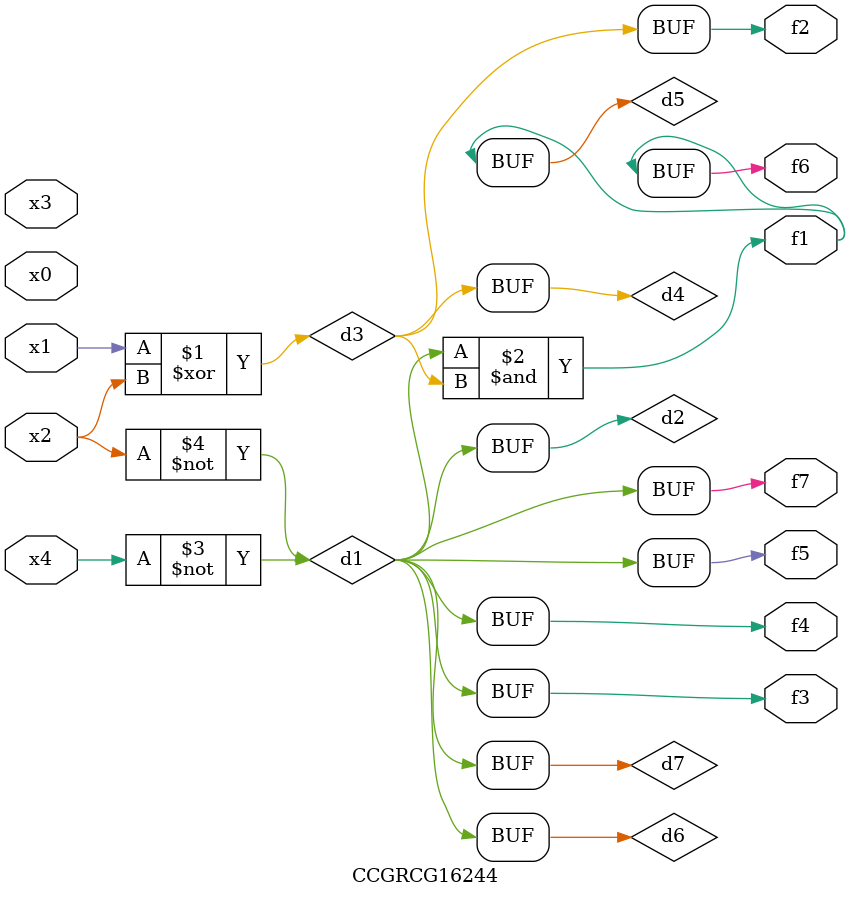
<source format=v>
module CCGRCG16244(
	input x0, x1, x2, x3, x4,
	output f1, f2, f3, f4, f5, f6, f7
);

	wire d1, d2, d3, d4, d5, d6, d7;

	not (d1, x4);
	not (d2, x2);
	xor (d3, x1, x2);
	buf (d4, d3);
	and (d5, d1, d3);
	buf (d6, d1, d2);
	buf (d7, d2);
	assign f1 = d5;
	assign f2 = d4;
	assign f3 = d7;
	assign f4 = d7;
	assign f5 = d7;
	assign f6 = d5;
	assign f7 = d7;
endmodule

</source>
